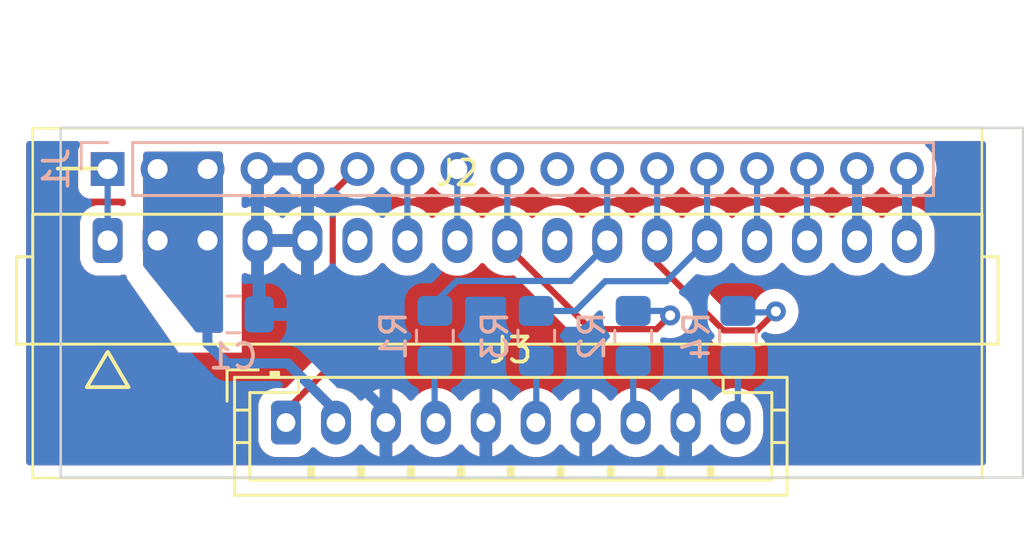
<source format=kicad_pcb>
(kicad_pcb (version 20211014) (generator pcbnew)
  (layers (0 "F.Cu" signal) (31 "B.Cu" signal) (34 "B.Paste" user) (35 "F.Paste" user) (36 "B.SilkS" user "B.Silkscreen") (37 "F.SilkS" user "F.Silkscreen") (38 "B.Mask" user) (39 "F.Mask" user) (44 "Edge.Cuts" user))
  (net 0 "")
  (net 1 "+5V")
  (net 2 "GND")
  (net 3 "/RER")
  (net 4 "/RESET")
  (net 5 "/MEL00")
  (net 6 "/SYOD")
  (net 7 "/QCLK")
  (net 9 "/CK256")
  (net 10 "/WCLK")
  (net 11 "/DACOL")
  (net 12 "/REA")
  (net 13 "/REB")
  (net 14 "GNDA")
  (net 15 "+9VA")
  (net 18 "/MCLK")
  (net 19 "/SDAT")
  (net 20 "/BICK")
  (net 21 "/LRCK")
  (footprint "Connector_JST:JST_PH_B10B-PH-K_1x10_P2.00mm_Vertical" (layer "F.Cu") (at 72.85 68.12)
    (fp_text reference "J3" (at 9 -2.9) (layer "F.SilkS"))
    (fp_text value "Conn_01x10_Female")
    (fp_line (start 2.9 1.8) (end 3.1 1.8) (layer "F.SilkS") (width 0.12))
    (fp_line (start 7 2.3) (end 7 1.8) (layer "F.SilkS") (width 0.12))
    (fp_line (start -1.45 2.3) (end 19.45 2.3) (layer "F.SilkS") (width 0.12))
    (fp_line (start 12.9 1.8) (end 13.1 1.8) (layer "F.SilkS") (width 0.12))
    (fp_line (start 0.9 1.8) (end 1.1 1.8) (layer "F.SilkS") (width 0.12))
    (fp_line (start 4.9 1.8) (end 5.1 1.8) (layer "F.SilkS") (width 0.12))
    (fp_line (start 15.1 1.8) (end 15.1 2.3) (layer "F.SilkS") (width 0.12))
    (fp_line (start -2.36 -2.11) (end -2.36 -0.86) (layer "F.SilkS") (width 0.12))
    (fp_line (start 16.9 1.8) (end 17.1 1.8) (layer "F.SilkS") (width 0.12))
    (fp_line (start 13 2.3) (end 13 1.8) (layer "F.SilkS") (width 0.12))
    (fp_line (start 0.5 -1.81) (end 0.5 -1.2) (layer "F.SilkS") (width 0.12))
    (fp_line (start -2.06 2.91) (end 20.06 2.91) (layer "F.SilkS") (width 0.12))
    (fp_line (start 19.45 -1.2) (end 17.5 -1.2) (layer "F.SilkS") (width 0.12))
    (fp_line (start 1 2.3) (end 1 1.8) (layer "F.SilkS") (width 0.12))
    (fp_line (start -1.11 -2.11) (end -2.36 -2.11) (layer "F.SilkS") (width 0.12))
    (fp_line (start -0.3 -1.81) (end -0.3 -2.01) (layer "F.SilkS") (width 0.12))
    (fp_line (start 4.9 2.3) (end 4.9 1.8) (layer "F.SilkS") (width 0.12))
    (fp_line (start 14.9 1.8) (end 15.1 1.8) (layer "F.SilkS") (width 0.12))
    (fp_line (start 3.1 1.8) (end 3.1 2.3) (layer "F.SilkS") (width 0.12))
    (fp_line (start 0.9 2.3) (end 0.9 1.8) (layer "F.SilkS") (width 0.12))
    (fp_line (start 17.5 -1.2) (end 17.5 -1.81) (layer "F.SilkS") (width 0.12))
    (fp_line (start 11.1 1.8) (end 11.1 2.3) (layer "F.SilkS") (width 0.12))
    (fp_line (start 8.9 2.3) (end 8.9 1.8) (layer "F.SilkS") (width 0.12))
    (fp_line (start -2.06 -1.81) (end -2.06 2.91) (layer "F.SilkS") (width 0.12))
    (fp_line (start 7.1 1.8) (end 7.1 2.3) (layer "F.SilkS") (width 0.12))
    (fp_line (start 12.9 2.3) (end 12.9 1.8) (layer "F.SilkS") (width 0.12))
    (fp_line (start 11 2.3) (end 11 1.8) (layer "F.SilkS") (width 0.12))
    (fp_line (start 0.5 -1.2) (end -1.45 -1.2) (layer "F.SilkS") (width 0.12))
    (fp_line (start 20.06 -0.5) (end 19.45 -0.5) (layer "F.SilkS") (width 0.12))
    (fp_line (start -0.3 -2.01) (end -0.6 -2.01) (layer "F.SilkS") (width 0.12))
    (fp_line (start 17.1 1.8) (end 17.1 2.3) (layer "F.SilkS") (width 0.12))
    (fp_line (start 6.9 1.8) (end 7.1 1.8) (layer "F.SilkS") (width 0.12))
    (fp_line (start 20.06 0.8) (end 19.45 0.8) (layer "F.SilkS") (width 0.12))
    (fp_line (start 10.9 2.3) (end 10.9 1.8) (layer "F.SilkS") (width 0.12))
    (fp_line (start 3 2.3) (end 3 1.8) (layer "F.SilkS") (width 0.12))
    (fp_line (start 1.1 1.8) (end 1.1 2.3) (layer "F.SilkS") (width 0.12))
    (fp_line (start -0.3 -1.91) (end -0.6 -1.91) (layer "F.SilkS") (width 0.12))
    (fp_line (start 19.45 2.3) (end 19.45 -1.2) (layer "F.SilkS") (width 0.12))
    (fp_line (start -2.06 -0.5) (end -1.45 -0.5) (layer "F.SilkS") (width 0.12))
    (fp_line (start 13.1 1.8) (end 13.1 2.3) (layer "F.SilkS") (width 0.12))
    (fp_line (start 6.9 2.3) (end 6.9 1.8) (layer "F.SilkS") (width 0.12))
    (fp_line (start 20.06 -1.81) (end -2.06 -1.81) (layer "F.SilkS") (width 0.12))
    (fp_line (start -1.45 -1.2) (end -1.45 2.3) (layer "F.SilkS") (width 0.12))
    (fp_line (start 15 2.3) (end 15 1.8) (layer "F.SilkS") (width 0.12))
    (fp_line (start -0.6 -2.01) (end -0.6 -1.81) (layer "F.SilkS") (width 0.12))
    (fp_line (start 17 2.3) (end 17 1.8) (layer "F.SilkS") (width 0.12))
    (fp_line (start 10.9 1.8) (end 11.1 1.8) (layer "F.SilkS") (width 0.12))
    (fp_line (start 5 2.3) (end 5 1.8) (layer "F.SilkS") (width 0.12))
    (fp_line (start 2.9 2.3) (end 2.9 1.8) (layer "F.SilkS") (width 0.12))
    (fp_line (start 8.9 1.8) (end 9.1 1.8) (layer "F.SilkS") (width 0.12))
    (fp_line (start 9 2.3) (end 9 1.8) (layer "F.SilkS") (width 0.12))
    (fp_line (start -2.06 0.8) (end -1.45 0.8) (layer "F.SilkS") (width 0.12))
    (fp_line (start 14.9 2.3) (end 14.9 1.8) (layer "F.SilkS") (width 0.12))
    (fp_line (start 16.9 2.3) (end 16.9 1.8) (layer "F.SilkS") (width 0.12))
    (fp_line (start 20.06 2.91) (end 20.06 -1.81) (layer "F.SilkS") (width 0.12))
    (fp_line (start 9.1 1.8) (end 9.1 2.3) (layer "F.SilkS") (width 0.12))
    (fp_line (start 5.1 1.8) (end 5.1 2.3) (layer "F.SilkS") (width 0.12))
    (pad "1" thru_hole roundrect (at 0 0) (size 1.2 1.75) (drill 0.75) (layers *.Cu *.Mask) (roundrect_rratio 0.208333) (net 4 "/RESET"))
    (pad "2" thru_hole oval (at 2 0) (size 1.2 1.75) (drill 0.75) (layers *.Cu *.Mask) (net 1 "+5V"))
    (pad "3" thru_hole oval (at 4 0) (size 1.2 1.75) (drill 0.75) (layers *.Cu *.Mask) (net 2 "GND"))
    (pad "4" thru_hole oval (at 6 0) (size 1.2 1.75) (drill 0.75) (layers *.Cu *.Mask) (net 18 "/MCLK"))
    (pad "5" thru_hole oval (at 8 0) (size 1.2 1.75) (drill 0.75) (layers *.Cu *.Mask) (net 2 "GND"))
    (pad "6" thru_hole oval (at 10 0) (size 1.2 1.75) (drill 0.75) (layers *.Cu *.Mask) (net 19 "/SDAT"))
    (pad "7" thru_hole oval (at 12 0) (size 1.2 1.75) (drill 0.75) (layers *.Cu *.Mask) (net 2 "GND"))
    (pad "8" thru_hole oval (at 14 0) (size 1.2 1.75) (drill 0.75) (layers *.Cu *.Mask) (net 20 "/BICK"))
    (pad "9" thru_hole oval (at 16 0) (size 1.2 1.75) (drill 0.75) (layers *.Cu *.Mask) (net 2 "GND"))
    (pad "10" thru_hole oval (at 18 0) (size 1.2 1.75) (drill 0.75) (layers *.Cu *.Mask) (net 21 "/LRCK"))
  )
  (footprint "footprints:Molex_Wire-Trap_52147-1710_1x17_P2.00mm_Vertical" (layer "F.Cu") (at 65.71 60.83)
    (fp_text reference "J2" (at 14 -2.7) (layer "F.SilkS"))
    (fp_text value "Conn_01x17")
    (fp_line (start 35.65 0.65) (end 35 0.65) (layer "F.SilkS") (width 0.12))
    (fp_line (start 35.65 4.15) (end 35 4.15) (layer "F.SilkS") (width 0.12))
    (fp_line (start -3.65 4.15) (end -3.65 0.65) (layer "F.SilkS") (width 0.12))
    (fp_line (start 35.65 4.15) (end 35.65 0.65) (layer "F.SilkS") (width 0.12))
    (fp_line (start -3 4.15) (end -3.65 4.15) (layer "F.SilkS") (width 0.12))
    (fp_line (start -3.65 0.65) (end -3 0.65) (layer "F.SilkS") (width 0.12))
    (fp_rect (start -3 4.15) (end 35 -1.05) (layer "F.SilkS") (width 0.12) (fill none))
    (pad "1" thru_hole roundrect (at 0 0) (size 1.2 1.8) (drill 0.8) (layers *.Cu *.Mask) (roundrect_rratio 0.208333) (net 3 "/RER"))
    (pad "2" thru_hole oval (at 2 0) (size 1.2 1.8) (drill 0.8) (layers *.Cu *.Mask) (net 1 "+5V"))
    (pad "3" thru_hole oval (at 4 0) (size 1.2 1.8) (drill 0.8) (layers *.Cu *.Mask) (net 1 "+5V"))
    (pad "4" thru_hole oval (at 6 0) (size 1.2 1.8) (drill 0.8) (layers *.Cu *.Mask) (net 2 "GND"))
    (pad "5" thru_hole oval (at 8 0) (size 1.2 1.8) (drill 0.8) (layers *.Cu *.Mask) (net 2 "GND"))
    (pad "6" thru_hole oval (at 10 0) (size 1.2 1.8) (drill 0.8) (layers *.Cu *.Mask))
    (pad "7" thru_hole oval (at 12 0) (size 1.2 1.8) (drill 0.8) (layers *.Cu *.Mask) (net 5 "/MEL00"))
    (pad "8" thru_hole oval (at 14 0) (size 1.2 1.8) (drill 0.8) (layers *.Cu *.Mask) (net 6 "/SYOD"))
    (pad "9" thru_hole oval (at 16 0) (size 1.2 1.8) (drill 0.8) (layers *.Cu *.Mask) (net 7 "/QCLK"))
    (pad "10" thru_hole oval (at 18 0) (size 1.2 1.8) (drill 0.8) (layers *.Cu *.Mask))
    (pad "11" thru_hole oval (at 20 0) (size 1.2 1.8) (drill 0.8) (layers *.Cu *.Mask) (net 9 "/CK256"))
    (pad "12" thru_hole oval (at 22 0) (size 1.2 1.8) (drill 0.8) (layers *.Cu *.Mask) (net 10 "/WCLK"))
    (pad "13" thru_hole oval (at 24 0) (size 1.2 1.8) (drill 0.8) (layers *.Cu *.Mask) (net 11 "/DACOL"))
    (pad "14" thru_hole oval (at 26 0) (size 1.2 1.8) (drill 0.8) (layers *.Cu *.Mask) (net 12 "/REA"))
    (pad "15" thru_hole oval (at 28 0) (size 1.2 1.8) (drill 0.8) (layers *.Cu *.Mask) (net 13 "/REB"))
    (pad "16" thru_hole oval (at 30 0) (size 1.2 1.8) (drill 0.8) (layers *.Cu *.Mask) (net 14 "GNDA"))
    (pad "17" thru_hole oval (at 32 0) (size 1.2 1.8) (drill 0.8) (layers *.Cu *.Mask) (net 15 "+9VA"))
  )
  (footprint "Resistor_SMD:R_0805_2012Metric_Pad1.20x1.40mm_HandSolder" (layer "B.Cu") (at 78.81 64.65 -90)
    (fp_text reference "R1" (at 0 1.65 90) (layer "B.SilkS") (effects (justify mirror)))
    (fp_text value "47")
    (fp_line (start -0.227064 -0.735) (end 0.227064 -0.735) (layer "B.SilkS") (width 0.12))
    (fp_line (start -0.227064 0.735) (end 0.227064 0.735) (layer "B.SilkS") (width 0.12))
    (pad "1" smd roundrect (at -1 0 270) (size 1.2 1.4) (layers "B.Cu" "B.Paste" "B.Mask") (roundrect_rratio 0.208333) (net 9 "/CK256"))
    (pad "2" smd roundrect (at 1 0 270) (size 1.2 1.4) (layers "B.Cu" "B.Paste" "B.Mask") (roundrect_rratio 0.208333) (net 18 "/MCLK"))
  )
  (footprint "Connector_PinHeader_2.00mm:PinHeader_1x17_P2.00mm_Vertical" (layer "B.Cu") (at 65.71 57.97 -90)
    (fp_text reference "J1" (at 0 2.06 90) (layer "B.SilkS") (effects (justify mirror)))
    (fp_text value "Conn_01x17_Male")
    (fp_line (start 1.06 -1) (end 1.06 -33.06) (layer "B.SilkS") (width 0.12))
    (fp_line (start -1.06 0) (end -1.06 1.06) (layer "B.SilkS") (width 0.12))
    (fp_line (start -1.06 -1) (end -1.06 -33.06) (layer "B.SilkS") (width 0.12))
    (fp_line (start -1.06 -33.06) (end 1.06 -33.06) (layer "B.SilkS") (width 0.12))
    (fp_line (start -1.06 1.06) (end 0 1.06) (layer "B.SilkS") (width 0.12))
    (fp_line (start -1.06 -1) (end 1.06 -1) (layer "B.SilkS") (width 0.12))
    (pad "1" thru_hole rect (at 0 0 270) (size 1.35 1.35) (drill 0.8) (layers *.Cu *.Mask) (net 3 "/RER"))
    (pad "2" thru_hole oval (at 0 -2 270) (size 1.35 1.35) (drill 0.8) (layers *.Cu *.Mask) (net 1 "+5V"))
    (pad "3" thru_hole oval (at 0 -4 270) (size 1.35 1.35) (drill 0.8) (layers *.Cu *.Mask) (net 1 "+5V"))
    (pad "4" thru_hole oval (at 0 -6 270) (size 1.35 1.35) (drill 0.8) (layers *.Cu *.Mask) (net 2 "GND"))
    (pad "5" thru_hole oval (at 0 -8 270) (size 1.35 1.35) (drill 0.8) (layers *.Cu *.Mask) (net 2 "GND"))
    (pad "6" thru_hole oval (at 0 -10 270) (size 1.35 1.35) (drill 0.8) (layers *.Cu *.Mask) (net 4 "/RESET"))
    (pad "7" thru_hole oval (at 0 -12 270) (size 1.35 1.35) (drill 0.8) (layers *.Cu *.Mask) (net 5 "/MEL00"))
    (pad "8" thru_hole oval (at 0 -14 270) (size 1.35 1.35) (drill 0.8) (layers *.Cu *.Mask) (net 6 "/SYOD"))
    (pad "9" thru_hole oval (at 0 -16 270) (size 1.35 1.35) (drill 0.8) (layers *.Cu *.Mask) (net 7 "/QCLK"))
    (pad "10" thru_hole oval (at 0 -18 270) (size 1.35 1.35) (drill 0.8) (layers *.Cu *.Mask))
    (pad "11" thru_hole oval (at 0 -20 270) (size 1.35 1.35) (drill 0.8) (layers *.Cu *.Mask) (net 9 "/CK256"))
    (pad "12" thru_hole oval (at 0 -22 270) (size 1.35 1.35) (drill 0.8) (layers *.Cu *.Mask) (net 10 "/WCLK"))
    (pad "13" thru_hole oval (at 0 -24 270) (size 1.35 1.35) (drill 0.8) (layers *.Cu *.Mask) (net 11 "/DACOL"))
    (pad "14" thru_hole oval (at 0 -26 270) (size 1.35 1.35) (drill 0.8) (layers *.Cu *.Mask) (net 12 "/REA"))
    (pad "15" thru_hole oval (at 0 -28 270) (size 1.35 1.35) (drill 0.8) (layers *.Cu *.Mask) (net 13 "/REB"))
    (pad "16" thru_hole oval (at 0 -30 270) (size 1.35 1.35) (drill 0.8) (layers *.Cu *.Mask) (net 14 "GNDA"))
    (pad "17" thru_hole oval (at 0 -32 270) (size 1.35 1.35) (drill 0.8) (layers *.Cu *.Mask) (net 15 "+9VA"))
  )
  (footprint "Resistor_SMD:R_0805_2012Metric_Pad1.20x1.40mm_HandSolder" (layer "B.Cu") (at 82.87 64.65 -90)
    (fp_text reference "R3" (at 0 1.65 90) (layer "B.SilkS") (effects (justify mirror)))
    (fp_text value "47")
    (fp_line (start -0.227064 -0.735) (end 0.227064 -0.735) (layer "B.SilkS") (width 0.12))
    (fp_line (start -0.227064 0.735) (end 0.227064 0.735) (layer "B.SilkS") (width 0.12))
    (pad "1" smd roundrect (at -1 0 270) (size 1.2 1.4) (layers "B.Cu" "B.Paste" "B.Mask") (roundrect_rratio 0.208333) (net 11 "/DACOL"))
    (pad "2" smd roundrect (at 1 0 270) (size 1.2 1.4) (layers "B.Cu" "B.Paste" "B.Mask") (roundrect_rratio 0.208333) (net 19 "/SDAT"))
  )
  (footprint "Capacitor_SMD:C_0805_2012Metric_Pad1.18x1.45mm_HandSolder" (layer "B.Cu") (at 70.74 63.79)
    (fp_text reference "C1" (at 0 1.68) (layer "B.SilkS") (effects (justify mirror)))
    (fp_text value "0.1u/35V")
    (fp_line (start -0.261252 0.735) (end 0.261252 0.735) (layer "B.SilkS") (width 0.12))
    (fp_line (start -0.261252 -0.735) (end 0.261252 -0.735) (layer "B.SilkS") (width 0.12))
    (pad "1" smd roundrect (at -1.0375 0) (size 1.175 1.45) (layers "B.Cu" "B.Paste" "B.Mask") (roundrect_rratio 0.212766) (net 1 "+5V"))
    (pad "2" smd roundrect (at 1.0375 0) (size 1.175 1.45) (layers "B.Cu" "B.Paste" "B.Mask") (roundrect_rratio 0.212766) (net 2 "GND"))
  )
  (footprint "Resistor_SMD:R_0805_2012Metric_Pad1.20x1.40mm_HandSolder" (layer "B.Cu") (at 86.75 64.65 -90)
    (fp_text reference "R2" (at 0 1.65 90) (layer "B.SilkS") (effects (justify mirror)))
    (fp_text value "47")
    (fp_line (start -0.227064 0.735) (end 0.227064 0.735) (layer "B.SilkS") (width 0.12))
    (fp_line (start -0.227064 -0.735) (end 0.227064 -0.735) (layer "B.SilkS") (width 0.12))
    (pad "1" smd roundrect (at -1 0 270) (size 1.2 1.4) (layers "B.Cu" "B.Paste" "B.Mask") (roundrect_rratio 0.208333) (net 7 "/QCLK"))
    (pad "2" smd roundrect (at 1 0 270) (size 1.2 1.4) (layers "B.Cu" "B.Paste" "B.Mask") (roundrect_rratio 0.208333) (net 20 "/BICK"))
  )
  (footprint "Resistor_SMD:R_0805_2012Metric_Pad1.20x1.40mm_HandSolder" (layer "B.Cu") (at 90.94 64.65 -90)
    (fp_text reference "R4" (at 0 1.65 90) (layer "B.SilkS") (effects (justify mirror)))
    (fp_text value "47")
    (fp_line (start -0.227064 0.735) (end 0.227064 0.735) (layer "B.SilkS") (width 0.12))
    (fp_line (start -0.227064 -0.735) (end 0.227064 -0.735) (layer "B.SilkS") (width 0.12))
    (pad "1" smd roundrect (at -1 0 270) (size 1.2 1.4) (layers "B.Cu" "B.Paste" "B.Mask") (roundrect_rratio 0.208333) (net 10 "/WCLK"))
    (pad "2" smd roundrect (at 1 0 270) (size 1.2 1.4) (layers "B.Cu" "B.Paste" "B.Mask") (roundrect_rratio 0.208333) (net 21 "/LRCK"))
  )
  (gr_line (start 65.69 65.32) (end 64.875 66.7) (layer "F.SilkS") (width 0.15))
  (gr_line (start 66.54 66.69) (end 65.72 65.29) (layer "F.SilkS") (width 0.15))
  (gr_line (start 65.71 57.95) (end 63.71 57.95) (layer "F.SilkS") (width 0.15))
  (gr_poly (pts (xy 62.71 56.34) (xy 100.71 56.34) (xy 100.71 70.34) (xy 62.71 70.34)) (layer "F.SilkS") (width 0.1) (fill none))
  (gr_line (start 65.72 66.7) (end 66.55 66.7) (layer "F.SilkS") (width 0.15))
  (gr_line (start 64.875 66.7) (end 65.705 66.7) (layer "F.SilkS") (width 0.15))
  (gr_rect (start 63.83 56.32) (end 102.36 70.32) (layer "Edge.Cuts") (width 0.1) (fill none))
  (segment (start 69.7025 64.9625) (end 70.49 65.75) (width 0.4) (layer "B.Cu") (net 1))
  (segment (start 72.92 65.75) (end 74.83 67.66) (width 0.4) (layer "B.Cu") (net 1))
  (segment (start 67.71 61.7975) (end 69.7025 63.79) (width 0.4) (layer "B.Cu") (net 1))
  (segment (start 70.49 65.75) (end 72.92 65.75) (width 0.4) (layer "B.Cu") (net 1))
  (segment (start 67.71 57.97) (end 69.71 57.97) (width 0.4) (layer "B.Cu") (net 1))
  (segment (start 67.71 60.83) (end 69.71 60.83) (width 0.4) (layer "B.Cu") (net 1))
  (segment (start 69.7025 63.79) (end 69.7025 64.9625) (width 0.4) (layer "B.Cu") (net 1))
  (segment (start 69.71 60.83) (end 69.71 63.7825) (width 0.4) (layer "B.Cu") (net 1))
  (segment (start 69.71 63.7825) (end 69.7025 63.79) (width 0.4) (layer "B.Cu") (net 1))
  (segment (start 67.71 57.97) (end 67.71 61.7975) (width 0.4) (layer "B.Cu") (net 1))
  (segment (start 69.71 57.97) (end 69.71 60.83) (width 0.4) (layer "B.Cu") (net 1))
  (segment (start 73.71 64.54) (end 76.83 67.66) (width 0.4) (layer "B.Cu") (net 2))
  (segment (start 72.96 63.79) (end 76.83 67.66) (width 0.4) (layer "B.Cu") (net 2))
  (segment (start 71.7775 63.79) (end 72.96 63.79) (width 0.4) (layer "B.Cu") (net 2))
  (segment (start 73.71 57.97) (end 73.71 60.83) (width 0.4) (layer "B.Cu") (net 2))
  (segment (start 73.71 60.83) (end 73.71 64.54) (width 0.4) (layer "B.Cu") (net 2))
  (segment (start 71.71 60.83) (end 71.71 63.7225) (width 0.4) (layer "B.Cu") (net 2))
  (segment (start 71.71 57.97) (end 71.71 60.83) (width 0.4) (layer "B.Cu") (net 2))
  (segment (start 71.71 63.7225) (end 71.7775 63.79) (width 0.4) (layer "B.Cu") (net 2))
  (segment (start 65.71 57.97) (end 65.71 60.83) (width 0.25) (layer "B.Cu") (net 3))
  (segment (start 75.655 57.9825) (end 74.72 58.9175) (width 0.25) (layer "F.Cu") (net 4))
  (segment (start 74.72 58.9175) (end 74.72 65.77) (width 0.25) (layer "F.Cu") (net 4))
  (segment (start 74.72 65.77) (end 72.83 67.66) (width 0.25) (layer "F.Cu") (net 4))
  (segment (start 77.71 57.97) (end 77.71 60.83) (width 0.25) (layer "B.Cu") (net 5))
  (segment (start 79.71 57.97) (end 79.71 60.83) (width 0.25) (layer "B.Cu") (net 6))
  (segment (start 85.04 64.38) (end 81.71 61.05) (width 0.25) (layer "F.Cu") (net 7))
  (segment (start 88.23 63.83) (end 87.68 64.38) (width 0.25) (layer "F.Cu") (net 7))
  (segment (start 81.71 61.05) (end 81.71 60.83) (width 0.25) (layer "F.Cu") (net 7))
  (segment (start 87.68 64.38) (end 85.04 64.38) (width 0.25) (layer "F.Cu") (net 7))
  (via (at 88.23 63.83) (size 0.8) (drill 0.4) (layers "F.Cu" "B.Cu") (net 7))
  (segment (start 88.23 63.83) (end 88.05 63.65) (width 0.25) (layer "B.Cu") (net 7))
  (segment (start 86.92 63.65) (end 86.75 63.82) (width 0.25) (layer "B.Cu") (net 7))
  (segment (start 88.05 63.65) (end 86.92 63.65) (width 0.25) (layer "B.Cu") (net 7))
  (segment (start 81.71 57.97) (end 81.71 60.83) (width 0.25) (layer "B.Cu") (net 7))
  (segment (start 85.71 60.83) (end 85.71 60.99) (width 0.25) (layer "B.Cu") (net 9))
  (segment (start 85.71 60.99) (end 84.25 62.45) (width 0.25) (layer "B.Cu") (net 9))
  (segment (start 79.68 62.45) (end 78.8 63.33) (width 0.25) (layer "B.Cu") (net 9))
  (segment (start 85.71 60.83) (end 85.71 60.53) (width 0.25) (layer "B.Cu") (net 9))
  (segment (start 85.71 60.83) (end 85.71 57.97) (width 0.25) (layer "B.Cu") (net 9))
  (segment (start 84.25 62.45) (end 79.68 62.45) (width 0.25) (layer "B.Cu") (net 9))
  (segment (start 91.7 64.43) (end 90.37 64.43) (width 0.25) (layer "F.Cu") (net 10))
  (segment (start 89.304511 63.339897) (end 87.71 61.745386) (width 0.25) (layer "F.Cu") (net 10))
  (segment (start 87.71 61.745386) (end 87.71 60.83) (width 0.25) (layer "F.Cu") (net 10))
  (segment (start 90.37 64.43) (end 89.304511 63.364511) (width 0.25) (layer "F.Cu") (net 10))
  (segment (start 92.46 63.67) (end 91.7 64.43) (width 0.25) (layer "F.Cu") (net 10))
  (segment (start 89.304511 63.364511) (end 89.304511 63.339897) (width 0.25) (layer "F.Cu") (net 10))
  (via (at 92.46 63.67) (size 0.8) (drill 0.4) (layers "F.Cu" "B.Cu") (net 10))
  (segment (start 87.71 57.97) (end 87.71 60.83) (width 0.25) (layer "B.Cu") (net 10))
  (segment (start 92.48 63.71) (end 90.96 63.71) (width 0.25) (layer "B.Cu") (net 10))
  (segment (start 90.96 63.21) (end 90.94 63.23) (width 0.25) (layer "B.Cu") (net 10))
  (segment (start 84.44 63.65) (end 82.87 63.65) (width 0.25) (layer "B.Cu") (net 11))
  (segment (start 89.71 60.83) (end 88.08 62.46) (width 0.25) (layer "B.Cu") (net 11))
  (segment (start 89.71 57.97) (end 89.71 60.83) (width 0.25) (layer "B.Cu") (net 11))
  (segment (start 85.63 62.46) (end 84.44 63.65) (width 0.25) (layer "B.Cu") (net 11))
  (segment (start 88.08 62.46) (end 85.63 62.46) (width 0.25) (layer "B.Cu") (net 11))
  (segment (start 91.71 57.97) (end 91.71 60.83) (width 0.25) (layer "B.Cu") (net 12))
  (segment (start 93.71 57.97) (end 93.71 60.83) (width 0.25) (layer "B.Cu") (net 13))
  (segment (start 95.71 57.97) (end 95.71 60.83) (width 0.4) (layer "B.Cu") (net 14))
  (segment (start 97.71 57.97) (end 97.71 60.83) (width 0.4) (layer "B.Cu") (net 15))
  (segment (start 78.8 65.83) (end 78.8 68.07) (width 0.25) (layer "B.Cu") (net 18))
  (segment (start 78.8 68.07) (end 78.85 68.12) (width 0.25) (layer "B.Cu") (net 18))
  (segment (start 82.87 68.1) (end 82.85 68.12) (width 0.25) (layer "B.Cu") (net 19))
  (segment (start 82.87 65.81) (end 82.87 68.1) (width 0.25) (layer "B.Cu") (net 19))
  (segment (start 86.75 65.82) (end 86.75 68.02) (width 0.25) (layer "B.Cu") (net 20))
  (segment (start 86.75 68.02) (end 86.85 68.12) (width 0.25) (layer "B.Cu") (net 20))
  (segment (start 90.94 67.55) (end 90.83 67.66) (width 0.25) (layer "B.Cu") (net 21))
  (segment (start 90.94 65.23) (end 90.94 67.55) (width 0.25) (layer "B.Cu") (net 21))
  (zone (net 2) (net_name "GND") (layers F&B.Cu) (connect_pads (clearance 0.508)) (min_thickness 0.254) (fill yes (thermal_gap 0.508) (thermal_bridge_width 0.508))
    (polygon (pts (xy 101.9 70.3) (xy 61.4 70.3) (xy 61.4 56.3) (xy 66.4 56.26) (xy 66.479963 62.351719) (xy 68.549219 65.318558) (xy 71.08 65.32) (xy 71.07 56.42) (xy 101.9 56.3)))
  )
  (zone (net 1) (net_name "+5V") (layers F&B.Cu) (connect_pads yes (clearance 0.508)) (min_thickness 0.254) (fill yes (thermal_gap 0.508) (thermal_bridge_width 0.508))
    (polygon (pts (xy 70.33 64.53) (xy 69.257563 64.509214) (xy 67.13 61.85) (xy 67.131111 57.273452) (xy 70.321145 57.26344)))
  )
)
</source>
